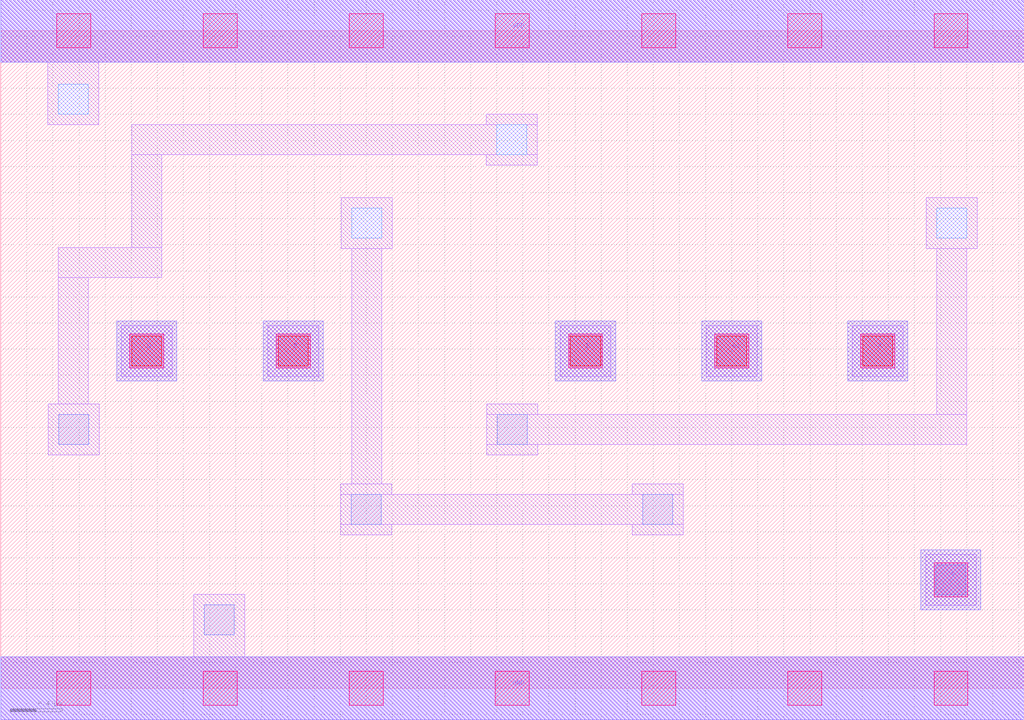
<source format=lef>
MACRO AOAOI2111
 CLASS CORE ;
 FOREIGN AOAOI2111 0 0 ;
 SIZE 7.84 BY 5.04 ;
 ORIGIN 0 0 ;
 SYMMETRY X Y R90 ;
 SITE unit ;
  PIN VDD
   DIRECTION INOUT ;
   USE POWER ;
   SHAPE ABUTMENT ;
    PORT
     CLASS CORE ;
       LAYER met1 ;
        RECT 0.00000000 4.80000000 7.84000000 5.28000000 ;
       LAYER met2 ;
        RECT 0.00000000 4.80000000 7.84000000 5.28000000 ;
    END
  END VDD

  PIN GND
   DIRECTION INOUT ;
   USE POWER ;
   SHAPE ABUTMENT ;
    PORT
     CLASS CORE ;
       LAYER met1 ;
        RECT 0.00000000 -0.24000000 7.84000000 0.24000000 ;
       LAYER met2 ;
        RECT 0.00000000 -0.24000000 7.84000000 0.24000000 ;
    END
  END GND

  PIN Y
   DIRECTION INOUT ;
   USE SIGNAL ;
   SHAPE ABUTMENT ;
    PORT
     CLASS CORE ;
       LAYER met2 ;
        RECT 7.05000000 0.60200000 7.51000000 1.06200000 ;
    END
  END Y

  PIN A1
   DIRECTION INOUT ;
   USE SIGNAL ;
   SHAPE ABUTMENT ;
    PORT
     CLASS CORE ;
       LAYER met2 ;
        RECT 5.37000000 2.35700000 5.83000000 2.81700000 ;
    END
  END A1

  PIN A
   DIRECTION INOUT ;
   USE SIGNAL ;
   SHAPE ABUTMENT ;
    PORT
     CLASS CORE ;
       LAYER met2 ;
        RECT 6.49000000 2.35700000 6.95000000 2.81700000 ;
    END
  END A

  PIN B
   DIRECTION INOUT ;
   USE SIGNAL ;
   SHAPE ABUTMENT ;
    PORT
     CLASS CORE ;
       LAYER met2 ;
        RECT 4.25000000 2.35700000 4.71000000 2.81700000 ;
    END
  END B

  PIN C
   DIRECTION INOUT ;
   USE SIGNAL ;
   SHAPE ABUTMENT ;
    PORT
     CLASS CORE ;
       LAYER met2 ;
        RECT 2.01000000 2.35700000 2.47000000 2.81700000 ;
    END
  END C

  PIN D
   DIRECTION INOUT ;
   USE SIGNAL ;
   SHAPE ABUTMENT ;
    PORT
     CLASS CORE ;
       LAYER met2 ;
        RECT 0.89000000 2.35700000 1.35000000 2.81700000 ;
    END
  END D

 OBS
    LAYER polycont ;
     RECT 1.00500000 2.47200000 1.23500000 2.70200000 ;
     RECT 2.12500000 2.47200000 2.35500000 2.70200000 ;
     RECT 4.36500000 2.47200000 4.59500000 2.70200000 ;
     RECT 5.48500000 2.47200000 5.71500000 2.70200000 ;
     RECT 6.60500000 2.47200000 6.83500000 2.70200000 ;

    LAYER pdiffc ;
     RECT 2.69000000 3.45000000 2.92000000 3.68000000 ;
     RECT 7.17000000 3.45000000 7.40000000 3.68000000 ;
     RECT 3.80000000 4.09200000 4.03000000 4.32200000 ;
     RECT 0.44000000 4.40000000 0.67000000 4.63000000 ;

    LAYER ndiffc ;
     RECT 1.56000000 0.41000000 1.79000000 0.64000000 ;
     RECT 7.16500000 0.71700000 7.39500000 0.94700000 ;
     RECT 2.68500000 1.25700000 2.91500000 1.48700000 ;
     RECT 4.92000000 1.25700000 5.15000000 1.48700000 ;
     RECT 0.44500000 1.87000000 0.67500000 2.10000000 ;
     RECT 3.80500000 1.87000000 4.03500000 2.10000000 ;

    LAYER met1 ;
     RECT 0.00000000 -0.24000000 7.84000000 0.24000000 ;
     RECT 1.48000000 0.24000000 1.87000000 0.72000000 ;
     RECT 7.08500000 0.63700000 7.47500000 1.02700000 ;
     RECT 0.92500000 2.39200000 1.31500000 2.78200000 ;
     RECT 2.04500000 2.39200000 2.43500000 2.78200000 ;
     RECT 4.28500000 2.39200000 4.67500000 2.78200000 ;
     RECT 5.40500000 2.39200000 5.79500000 2.78200000 ;
     RECT 6.52500000 2.39200000 6.91500000 2.78200000 ;
     RECT 2.60500000 1.17700000 2.99500000 1.25700000 ;
     RECT 4.84000000 1.17700000 5.23000000 1.25700000 ;
     RECT 2.60500000 1.25700000 5.23000000 1.48700000 ;
     RECT 2.60500000 1.48700000 2.99500000 1.56700000 ;
     RECT 4.84000000 1.48700000 5.23000000 1.56700000 ;
     RECT 2.69000000 1.56700000 2.92000000 3.37000000 ;
     RECT 2.61000000 3.37000000 3.00000000 3.76000000 ;
     RECT 3.72500000 1.79000000 4.11500000 1.87000000 ;
     RECT 3.72500000 1.87000000 7.40000000 2.10000000 ;
     RECT 3.72500000 2.10000000 4.11500000 2.18000000 ;
     RECT 7.17000000 2.10000000 7.40000000 3.37000000 ;
     RECT 7.09000000 3.37000000 7.48000000 3.76000000 ;
     RECT 0.36500000 1.79000000 0.75500000 2.18000000 ;
     RECT 0.44000000 2.18000000 0.67000000 3.14700000 ;
     RECT 0.44000000 3.14700000 1.23500000 3.37700000 ;
     RECT 1.00500000 3.37700000 1.23500000 4.09200000 ;
     RECT 3.72000000 4.01200000 4.11000000 4.09200000 ;
     RECT 1.00500000 4.09200000 4.11000000 4.32200000 ;
     RECT 3.72000000 4.32200000 4.11000000 4.40200000 ;
     RECT 0.36000000 4.32000000 0.75000000 4.80000000 ;
     RECT 0.00000000 4.80000000 7.84000000 5.28000000 ;

    LAYER via1 ;
     RECT 0.43000000 -0.13000000 0.69000000 0.13000000 ;
     RECT 1.55000000 -0.13000000 1.81000000 0.13000000 ;
     RECT 2.67000000 -0.13000000 2.93000000 0.13000000 ;
     RECT 3.79000000 -0.13000000 4.05000000 0.13000000 ;
     RECT 4.91000000 -0.13000000 5.17000000 0.13000000 ;
     RECT 6.03000000 -0.13000000 6.29000000 0.13000000 ;
     RECT 7.15000000 -0.13000000 7.41000000 0.13000000 ;
     RECT 7.15000000 0.70200000 7.41000000 0.96200000 ;
     RECT 0.99000000 2.45700000 1.25000000 2.71700000 ;
     RECT 2.11000000 2.45700000 2.37000000 2.71700000 ;
     RECT 4.35000000 2.45700000 4.61000000 2.71700000 ;
     RECT 5.47000000 2.45700000 5.73000000 2.71700000 ;
     RECT 6.59000000 2.45700000 6.85000000 2.71700000 ;
     RECT 0.43000000 4.91000000 0.69000000 5.17000000 ;
     RECT 1.55000000 4.91000000 1.81000000 5.17000000 ;
     RECT 2.67000000 4.91000000 2.93000000 5.17000000 ;
     RECT 3.79000000 4.91000000 4.05000000 5.17000000 ;
     RECT 4.91000000 4.91000000 5.17000000 5.17000000 ;
     RECT 6.03000000 4.91000000 6.29000000 5.17000000 ;
     RECT 7.15000000 4.91000000 7.41000000 5.17000000 ;

    LAYER met2 ;
     RECT 0.00000000 -0.24000000 7.84000000 0.24000000 ;
     RECT 7.05000000 0.60200000 7.51000000 1.06200000 ;
     RECT 0.89000000 2.35700000 1.35000000 2.81700000 ;
     RECT 2.01000000 2.35700000 2.47000000 2.81700000 ;
     RECT 4.25000000 2.35700000 4.71000000 2.81700000 ;
     RECT 5.37000000 2.35700000 5.83000000 2.81700000 ;
     RECT 6.49000000 2.35700000 6.95000000 2.81700000 ;
     RECT 0.00000000 4.80000000 7.84000000 5.28000000 ;

 END
END AOAOI2111

</source>
